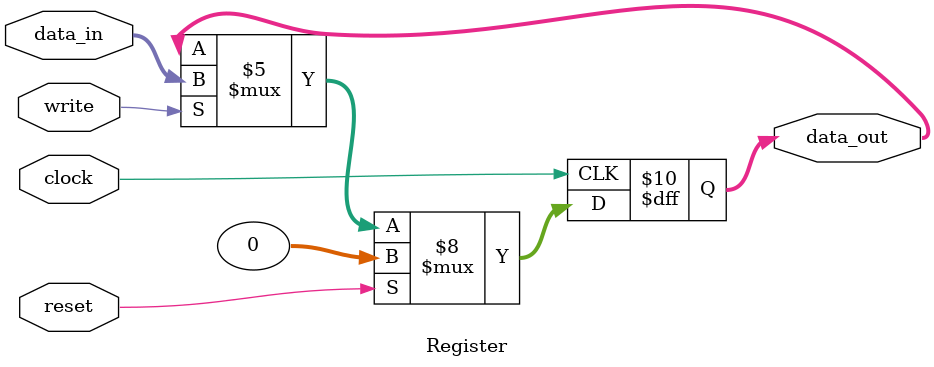
<source format=v>
module Register(
	input wire clock,
	input wire reset,
	input wire write,
	input wire [31:0] data_in,
	output reg [31:0] data_out);
 always @(posedge clock) begin
	if (reset == 1'b1) begin
		data_out <= 32'h0;
	end else if (write == 1'b1) begin
		data_out <= data_in;
	end else begin
		data_out <= data_out;
	end
	end
endmodule
</source>
